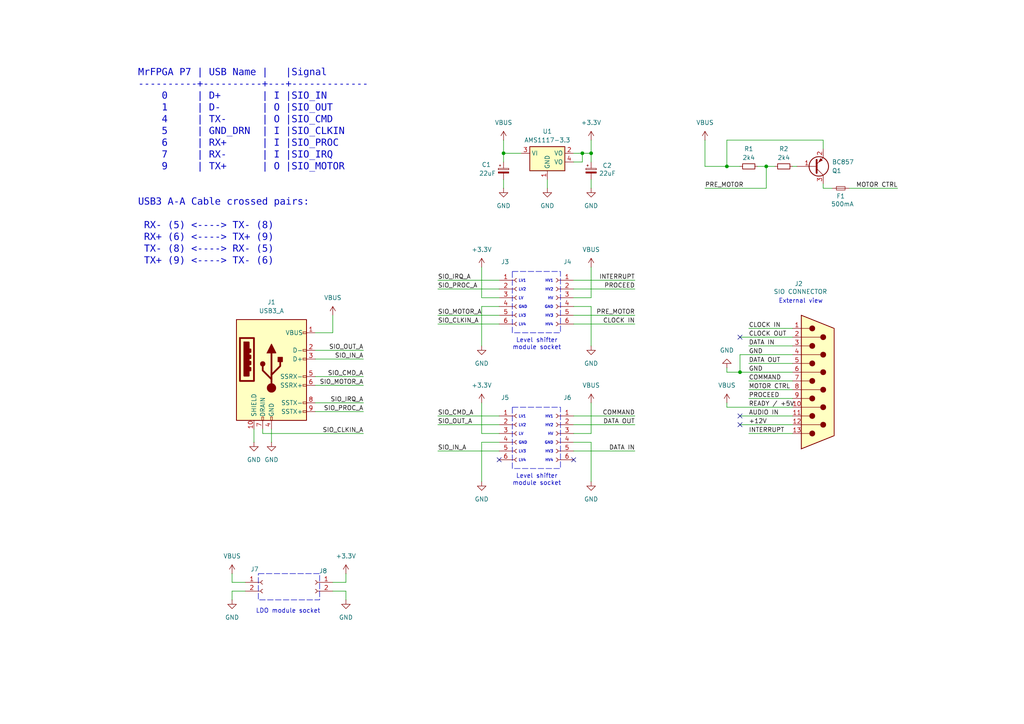
<source format=kicad_sch>
(kicad_sch (version 20250114) (generator "eeschema") (generator_version "9.0")
  (paper "A4")
  (title_block (title "MiSTer_A8SIO") (date "2025-01-25") (rev "1.2") (company "by Paweł Mandes /devzine.pl") (comment 1 "devices of the 8-bit Atari to the MiSTer FPGA.") (comment 2 "Adapter for the SIO port to connect peripheral"))
  (lib_symbols
    (symbol "Atari:SIO CONNECTOR"
      (property "Reference" "J" (at 1.27 5.715 0))
      (property "Value" "SIO CONNECTOR" (at 21.59 12.7 0))
      (symbol "SIO CONNECTOR_0_0"
        (polyline (pts (xy 6.35 0) (xy 6.35 3.175)))
        (polyline (pts (xy 8.89 6.35) (xy 8.89 0)))
        (polyline (pts (xy 11.43 3.175) (xy 11.43 0)))
        (polyline (pts (xy 13.97 6.35) (xy 13.97 0)))
        (polyline (pts (xy 16.51 3.175) (xy 16.51 0)))
        (polyline (pts (xy 19.05 6.35) (xy 19.05 0)))
        (polyline (pts (xy 21.59 3.175) (xy 21.59 0)))
        (polyline (pts (xy 24.13 6.35) (xy 24.13 0)))
        (polyline (pts (xy 26.67 3.175) (xy 26.67 0)))
        (polyline (pts (xy 29.21 6.35) (xy 29.21 0)))
        (polyline (pts (xy 31.75 3.175) (xy 31.75 0)))
        (polyline (pts (xy 34.29 6.35) (xy 34.29 0)))
        (polyline (pts (xy 36.83 3.175) (xy 36.83 0)))
      )
      (symbol "SIO CONNECTOR_0_1"
        (circle (center 6.35 3.175) (radius 0.762) (fill (type outline)))
        (circle (center 8.89 6.35) (radius 0.762) (fill (type outline)))
        (circle (center 11.43 3.175) (radius 0.762) (fill (type outline)))
        (circle (center 13.97 6.35) (radius 0.762) (fill (type outline)))
        (circle (center 16.51 3.175) (radius 0.762) (fill (type outline)))
        (circle (center 19.05 6.35) (radius 0.762) (fill (type outline)))
        (circle (center 21.59 3.175) (radius 0.762) (fill (type outline)))
        (circle (center 24.13 6.35) (radius 0.762) (fill (type outline)))
        (circle (center 26.67 3.175) (radius 0.762) (fill (type outline)))
        (circle (center 29.21 6.35) (radius 0.762) (fill (type outline)))
        (circle (center 31.75 3.175) (radius 0.762) (fill (type outline)))
        (circle (center 34.29 6.35) (radius 0.762) (fill (type outline)))
        (circle (center 36.83 3.175) (radius 0.762) (fill (type outline)))
        (polyline (pts (xy 41.275 0) (xy 37.465 9.525) (xy 6.35 9.525) (xy 2.54 0) (xy 41.275 0)) (stroke (width 0.254)) (fill (type background)))
      )
      (symbol "SIO CONNECTOR_1_1"
        (pin input line (at 6.35 -2.54 90) (length 2.54) (name "") (number "1"))
        (pin input line (at 8.89 -2.54 90) (length 2.54) (name "") (number "2"))
        (pin input line (at 11.43 -2.54 90) (length 2.54) (name "") (number "3"))
        (pin input line (at 13.97 -2.54 90) (length 2.54) (name "") (number "4"))
        (pin input line (at 16.51 -2.54 90) (length 2.54) (name "") (number "5"))
        (pin input line (at 19.05 -2.54 90) (length 2.54) (name "") (number "6"))
        (pin input line (at 21.59 -2.54 90) (length 2.54) (name "") (number "7"))
        (pin input line (at 24.13 -2.54 90) (length 2.54) (name "") (number "8"))
        (pin input line (at 26.67 -2.54 90) (length 2.54) (name "") (number "9"))
        (pin input line (at 29.21 -2.54 90) (length 2.54) (name "") (number "10"))
        (pin input line (at 31.75 -2.54 90) (length 2.54) (name "") (number "11"))
        (pin input line (at 34.29 -2.54 90) (length 2.54) (name "") (number "12"))
        (pin input line (at 36.83 -2.54 90) (length 2.54) (name "") (number "13"))
      )
    )
    (symbol "Connector:Conn_01x02_Socket" (pin_names (offset 1.016) (hide yes))
      (property "Reference" "J" (at 0 2.54 0))
      (property "Value" "Conn_01x02_Socket" (at 0 -5.08 0))
      (symbol "Conn_01x02_Socket_1_1"
        (polyline (pts (xy -1.27 0) (xy -0.508 0)) (stroke (width 0.1524)))
        (polyline (pts (xy -1.27 -2.54) (xy -0.508 -2.54)) (stroke (width 0.1524)))
        (arc (start 0 -0.508) (mid -0.5058 0) (end 0 0.508) (stroke (width 0.1524)))
        (arc (start 0 -3.048) (mid -0.5058 -2.54) (end 0 -2.032) (stroke (width 0.1524)))
        (pin passive line (at -5.08 0 0) (length 3.81) (name "Pin_1") (number "1"))
        (pin passive line (at -5.08 -2.54 0) (length 3.81) (name "Pin_2") (number "2"))
      )
    )
    (symbol "Connector:Conn_01x06_Socket" (pin_names (offset 1.016) (hide yes))
      (property "Reference" "J" (at 0 7.62 0))
      (property "Value" "Conn_01x06_Socket" (at 0 -10.16 0))
      (symbol "Conn_01x06_Socket_1_1"
        (polyline (pts (xy -1.27 5.08) (xy -0.508 5.08)) (stroke (width 0.1524)))
        (polyline (pts (xy -1.27 2.54) (xy -0.508 2.54)) (stroke (width 0.1524)))
        (polyline (pts (xy -1.27 0) (xy -0.508 0)) (stroke (width 0.1524)))
        (polyline (pts (xy -1.27 -2.54) (xy -0.508 -2.54)) (stroke (width 0.1524)))
        (polyline (pts (xy -1.27 -5.08) (xy -0.508 -5.08)) (stroke (width 0.1524)))
        (polyline (pts (xy -1.27 -7.62) (xy -0.508 -7.62)) (stroke (width 0.1524)))
        (arc (start 0 4.572) (mid -0.5058 5.08) (end 0 5.588) (stroke (width 0.1524)))
        (arc (start 0 2.032) (mid -0.5058 2.54) (end 0 3.048) (stroke (width 0.1524)))
        (arc (start 0 -0.508) (mid -0.5058 0) (end 0 0.508) (stroke (width 0.1524)))
        (arc (start 0 -3.048) (mid -0.5058 -2.54) (end 0 -2.032) (stroke (width 0.1524)))
        (arc (start 0 -5.588) (mid -0.5058 -5.08) (end 0 -4.572) (stroke (width 0.1524)))
        (arc (start 0 -8.128) (mid -0.5058 -7.62) (end 0 -7.112) (stroke (width 0.1524)))
        (pin passive line (at -5.08 5.08 0) (length 3.81) (name "Pin_1") (number "1"))
        (pin passive line (at -5.08 2.54 0) (length 3.81) (name "Pin_2") (number "2"))
        (pin passive line (at -5.08 0 0) (length 3.81) (name "Pin_3") (number "3"))
        (pin passive line (at -5.08 -2.54 0) (length 3.81) (name "Pin_4") (number "4"))
        (pin passive line (at -5.08 -5.08 0) (length 3.81) (name "Pin_5") (number "5"))
        (pin passive line (at -5.08 -7.62 0) (length 3.81) (name "Pin_6") (number "6"))
      )
    )
    (symbol "Connector:USB3_A" (pin_names (offset 1.016))
      (property "Reference" "J" (at -10.16 15.24 0))
      (property "Value" "USB3_A" (at 10.16 15.24 0))
      (symbol "USB3_A_0_0"
        (rectangle (start -9.144 8.636) (end -5.08 -3.81) (stroke (width 0.508)))
        (rectangle (start -7.874 7.366) (end -6.604 -2.286) (stroke (width 0.508)) (fill (type outline)))
        (rectangle (start -6.35 5.334) (end -6.096 4.572) (stroke (width 0.508)))
        (rectangle (start -6.35 3.556) (end -6.096 2.794) (stroke (width 0.508)))
        (rectangle (start -6.35 1.778) (end -6.096 1.016) (stroke (width 0.508)))
        (rectangle (start -6.35 0) (end -6.096 -0.762) (stroke (width 0.508)))
        (rectangle (start -2.794 -15.24) (end -2.286 -14.224))
        (rectangle (start -0.254 -15.24) (end 0.254 -14.224))
        (rectangle (start 10.16 10.414) (end 9.144 9.906))
        (rectangle (start 10.16 5.334) (end 9.144 4.826))
        (rectangle (start 10.16 2.794) (end 9.144 2.286))
        (rectangle (start 10.16 -2.286) (end 9.144 -2.794))
        (rectangle (start 10.16 -4.826) (end 9.144 -5.334))
        (rectangle (start 10.16 -9.906) (end 9.144 -10.414))
        (rectangle (start 10.16 -12.446) (end 9.144 -12.954))
      )
      (symbol "USB3_A_0_1"
        (rectangle (start -10.16 13.97) (end 10.16 -15.24) (stroke (width 0.254)) (fill (type background)))
      )
      (symbol "USB3_A_1_1"
        (circle (center -2.54 1.143) (radius 0.635) (stroke (width 0.254)) (fill (type outline)))
        (polyline (pts (xy -1.27 4.318) (xy 0 6.858) (xy 1.27 4.318) (xy -1.27 4.318)) (stroke (width 0.254)) (fill (type outline)))
        (polyline (pts (xy 0 -2.032) (xy 2.54 0.508) (xy 2.54 1.778)) (stroke (width 0.508)))
        (polyline (pts (xy 0 -3.302) (xy -2.54 -0.762) (xy -2.54 0.508)) (stroke (width 0.508)))
        (polyline (pts (xy 0 -5.842) (xy 0 4.318)) (stroke (width 0.508)))
        (circle (center 0 -5.842) (radius 1.27) (fill (type outline)))
        (rectangle (start 1.905 1.778) (end 3.175 3.048) (stroke (width 0.254)) (fill (type outline)))
        (pin passive line (at -5.08 -17.78 90) (length 2.54) (name "SHIELD") (number "10"))
        (pin passive line (at -2.54 -17.78 90) (length 2.54) (name "DRAIN") (number "7"))
        (pin power_in line (at 0 -17.78 90) (length 2.54) (name "GND") (number "4"))
        (pin power_in line (at 12.7 10.16 180) (length 2.54) (name "VBUS") (number "1"))
        (pin bidirectional line (at 12.7 5.08 180) (length 2.54) (name "D-") (number "2"))
        (pin bidirectional line (at 12.7 2.54 180) (length 2.54) (name "D+") (number "3"))
        (pin output line (at 12.7 -2.54 180) (length 2.54) (name "SSRX-") (number "5"))
        (pin output line (at 12.7 -5.08 180) (length 2.54) (name "SSRX+") (number "6"))
        (pin input line (at 12.7 -10.16 180) (length 2.54) (name "SSTX-") (number "8"))
        (pin input line (at 12.7 -12.7 180) (length 2.54) (name "SSTX+") (number "9"))
      )
    )
    (symbol "Device:C_Polarized_Small" (pin_numbers (hide yes)) (pin_names (offset 0.254) (hide yes))
      (property "Reference" "C" (at 0.254 1.778 0))
      (property "Value" "C_Polarized_Small" (at 0.254 -2.032 0))
      (symbol "C_Polarized_Small_0_1"
        (rectangle (start -1.524 0.6858) (end 1.524 0.3048))
        (rectangle (start -1.524 -0.3048) (end 1.524 -0.6858) (fill (type outline)))
        (polyline (pts (xy -1.27 1.524) (xy -0.762 1.524)))
        (polyline (pts (xy -1.016 1.27) (xy -1.016 1.778)))
      )
      (symbol "C_Polarized_Small_1_1"
        (pin passive line (at 0 2.54 270) (length 1.8542) (name "~") (number "1"))
        (pin passive line (at 0 -2.54 90) (length 1.8542) (name "~") (number "2"))
      )
    )
    (symbol "Device:Fuse_Small" (pin_numbers (hide yes)) (pin_names (offset 0.254) (hide yes))
      (property "Reference" "F" (at 0 -1.524 0))
      (property "Value" "Fuse_Small" (at 0 1.524 0))
      (symbol "Fuse_Small_0_1"
        (rectangle (start -1.27 0.508) (end 1.27 -0.508))
        (polyline (pts (xy -1.27 0) (xy 1.27 0)))
      )
      (symbol "Fuse_Small_1_1"
        (pin passive line (at -2.54 0 0) (length 1.27) (name "~") (number "1"))
        (pin passive line (at 2.54 0 180) (length 1.27) (name "~") (number "2"))
      )
    )
    (symbol "Device:R_Small" (pin_numbers (hide yes)) (pin_names (offset 0.254) (hide yes))
      (property "Reference" "R" (at 0.762 0.508 0))
      (property "Value" "R_Small" (at 0.762 -1.016 0))
      (symbol "R_Small_0_1"
        (rectangle (start -0.762 1.778) (end 0.762 -1.778) (stroke (width 0.2032)))
      )
      (symbol "R_Small_1_1"
        (pin passive line (at 0 2.54 270) (length 0.762) (name "~") (number "1"))
        (pin passive line (at 0 -2.54 90) (length 0.762) (name "~") (number "2"))
      )
    )
    (symbol "Regulator_Linear:LM1117DT-3.3"
      (property "Reference" "U2" (at 0 6.35 0))
      (property "Value" "AMS1117-3.3" (at 0 3.81 0))
      (symbol "LM1117DT-3.3_0_1"
        (rectangle (start -5.08 1.905) (end 5.08 -5.08) (stroke (width 0.254)) (fill (type background)))
      )
      (symbol "LM1117DT-3.3_1_1"
        (pin power_in line (at -7.62 0 0) (length 2.54) (name "VI") (number "3"))
        (pin power_in line (at 0 -7.62 90) (length 2.54) (name "GND") (number "1"))
        (pin power_out line (at 7.62 0 180) (length 2.54) (name "VO") (number "2"))
        (pin power_out line (at 7.62 -2.54 180) (length 2.54) (name "VO") (number "4"))
      )
    )
    (symbol "Transistor_BJT:BC857" (pin_names (offset 0) (hide yes))
      (property "Reference" "Q" (at 5.08 1.905 0))
      (property "Value" "BC857" (at 5.08 0 0))
      (symbol "BC857_0_1"
        (polyline (pts (xy 0.635 1.905) (xy 0.635 -1.905) (xy 0.635 -1.905)) (stroke (width 0.508)))
        (polyline (pts (xy 0.635 0.635) (xy 2.54 2.54)))
        (polyline (pts (xy 0.635 -0.635) (xy 2.54 -2.54) (xy 2.54 -2.54)))
        (circle (center 1.27 0) (radius 2.8194) (stroke (width 0.254)))
        (polyline (pts (xy 2.286 -1.778) (xy 1.778 -2.286) (xy 1.27 -1.27) (xy 2.286 -1.778) (xy 2.286 -1.778)) (fill (type outline)))
      )
      (symbol "BC857_1_1"
        (pin input line (at -5.08 0 0) (length 5.715) (name "B") (number "1"))
        (pin passive line (at 2.54 5.08 270) (length 2.54) (name "C") (number "3"))
        (pin passive line (at 2.54 -5.08 90) (length 2.54) (name "E") (number "2"))
      )
    )
    (symbol "power:+3.3V" (power) (pin_numbers (hide yes)) (pin_names (offset 0) (hide yes))
      (property "Value" "+3.3V" (at 0 3.556 0))
      (symbol "+3.3V_0_1"
        (polyline (pts (xy -0.762 1.27) (xy 0 2.54)))
        (polyline (pts (xy 0 2.54) (xy 0.762 1.27)))
        (polyline (pts (xy 0 0) (xy 0 2.54)))
      )
      (symbol "+3.3V_1_1"
        (pin power_in line (at 0 0 90) (length 0) (name "~") (number "1"))
      )
    )
    (symbol "power:GND" (power) (pin_numbers (hide yes)) (pin_names (offset 0) (hide yes))
      (property "Value" "GND" (at 0 -3.81 0))
      (symbol "GND_0_1"
        (polyline (pts (xy 0 0) (xy 0 -1.27) (xy 1.27 -1.27) (xy 0 -2.54) (xy -1.27 -1.27) (xy 0 -1.27)))
      )
      (symbol "GND_1_1"
        (pin power_in line (at 0 0 270) (length 0) (name "~") (number "1"))
      )
    )
    (symbol "power:VBUS" (power) (pin_numbers (hide yes)) (pin_names (offset 0) (hide yes))
      (property "Value" "VBUS" (at 0 3.556 0))
      (symbol "VBUS_0_1"
        (polyline (pts (xy -0.762 1.27) (xy 0 2.54)))
        (polyline (pts (xy 0 2.54) (xy 0.762 1.27)))
        (polyline (pts (xy 0 0) (xy 0 2.54)))
      )
      (symbol "VBUS_1_1"
        (pin power_in line (at 0 0 90) (length 0) (name "~") (number "1"))
      )
    )
  )
  (rectangle (start 74.93 166.37) (end 92.71 173.99) (stroke (width 0) (type dash)))
  (rectangle (start 148.59 118.11) (end 162.56 135.89) (stroke (width 0) (type dash)))
  (rectangle (start 148.59 78.74) (end 162.56 96.52) (stroke (width 0) (type dash)))
  (text "LDO module socket" (at 83.566 177.292 0) (effects (font (size 1.27 1.27))))
  (text "External view" (at 225.806 88.138 0) (effects (font (size 1.27 1.27)) (justify left bottom)))
  (text "Level shifter\nmodule socket" (at 155.702 99.822 0) (effects (font (size 1.27 1.27))))
  (text "HV1\n\nHV2\n\nHV\n\nGND\n\nHV3\n\nHV4" (at 160.528 87.884 0) (effects (font (size 0.7874 0.7874)) (justify right)))
  (text "HV1\n\nHV2\n\nHV\n\nGND\n\nHV3\n\nHV4" (at 160.528 127.254 0) (effects (font (size 0.7874 0.7874)) (justify right)))
  (text "LV1\n\nLV2\n\nLV\n\nGND\n\nLV3\n\nLV4" (at 150.368 87.884 0) (effects (font (size 0.7874 0.7874)) (justify left)))
  (text "LV1\n\nLV2\n\nLV\n\nGND\n\nLV3\n\nLV4" (at 150.368 127.254 0) (effects (font (size 0.7874 0.7874)) (justify left)))
  (text "Level shifter\nmodule socket" (at 155.702 139.192 0) (effects (font (size 1.27 1.27))))
  (text " MrFPGA P7 | USB Name |   |Signal\n ----------+----------+---+-------------\n     0     | D+       | I |SIO_IN\n     1     | D-       | O |SIO_OUT\n     4     | TX-      | O |SIO_CMD\n     5     | GND_DRN  | I |SIO_CLKIN\n     6     | RX+      | I |SIO_PROC\n     7     | RX-      | I |SIO_IRQ\n     9     | TX+      | O |SIO_MOTOR\n\n\n USB3 A-A Cable crossed pairs:\n \n  RX- (5) <----> TX- (8)\n  RX+ (6) <----> TX+ (9)\n  TX- (8) <----> RX- (5)\n  TX+ (9) <----> TX- (6)" (at 38.354 49.022 0) (effects (font (size 2.032 2.032)) (justify left)))
  (junction (at 214.63 107.95))
  (junction (at 168.91 44.45))
  (junction (at 171.45 44.45))
  (junction (at 146.05 44.45))
  (junction (at 210.82 48.26))
  (junction (at 222.25 48.26))
  (no_connect (at 214.63 120.65))
  (no_connect (at 144.78 133.35))
  (no_connect (at 214.63 97.79))
  (no_connect (at 214.63 123.19))
  (no_connect (at 166.37 133.35))
  (wire (pts (xy 222.25 48.26) (xy 224.79 48.26)))
  (wire (pts (xy 139.7 77.47) (xy 139.7 86.36)))
  (wire (pts (xy 229.87 97.79) (xy 214.63 97.79)))
  (wire (pts (xy 127 91.44) (xy 144.78 91.44)))
  (wire (pts (xy 144.78 88.9) (xy 139.7 88.9)))
  (wire (pts (xy 146.05 52.07) (xy 146.05 54.61)))
  (wire (pts (xy 91.44 101.6) (xy 105.41 101.6)))
  (wire (pts (xy 214.63 102.87) (xy 214.63 107.95)))
  (wire (pts (xy 229.87 100.33) (xy 217.17 100.33)))
  (wire (pts (xy 229.87 123.19) (xy 214.63 123.19)))
  (wire (pts (xy 96.52 168.91) (xy 100.33 168.91)))
  (wire (pts (xy 146.05 40.64) (xy 146.05 44.45)))
  (wire (pts (xy 76.2 125.73) (xy 105.41 125.73)))
  (wire (pts (xy 166.37 83.82) (xy 184.15 83.82)))
  (wire (pts (xy 158.75 52.07) (xy 158.75 54.61)))
  (wire (pts (xy 100.33 171.45) (xy 100.33 173.99)))
  (wire (pts (xy 238.76 43.18) (xy 238.76 40.64)))
  (wire (pts (xy 171.45 40.64) (xy 171.45 44.45)))
  (wire (pts (xy 67.31 168.91) (xy 71.12 168.91)))
  (wire (pts (xy 146.05 44.45) (xy 151.13 44.45)))
  (wire (pts (xy 127 123.19) (xy 144.78 123.19)))
  (wire (pts (xy 204.47 48.26) (xy 210.82 48.26)))
  (wire (pts (xy 214.63 102.87) (xy 229.87 102.87)))
  (wire (pts (xy 96.52 171.45) (xy 100.33 171.45)))
  (wire (pts (xy 67.31 171.45) (xy 71.12 171.45)))
  (wire (pts (xy 139.7 86.36) (xy 144.78 86.36)))
  (wire (pts (xy 91.44 109.22) (xy 105.41 109.22)))
  (wire (pts (xy 76.2 125.73) (xy 76.2 124.46)))
  (wire (pts (xy 166.37 93.98) (xy 184.15 93.98)))
  (wire (pts (xy 214.63 107.95) (xy 229.87 107.95)))
  (wire (pts (xy 166.37 120.65) (xy 184.15 120.65)))
  (wire (pts (xy 67.31 166.37) (xy 67.31 168.91)))
  (wire (pts (xy 127 81.28) (xy 144.78 81.28)))
  (wire (pts (xy 171.45 88.9) (xy 171.45 100.33)))
  (wire (pts (xy 166.37 46.99) (xy 168.91 46.99)))
  (wire (pts (xy 229.87 105.41) (xy 217.17 105.41)))
  (wire (pts (xy 210.82 118.11) (xy 229.87 118.11)))
  (wire (pts (xy 91.44 119.38) (xy 105.41 119.38)))
  (wire (pts (xy 127 83.82) (xy 144.78 83.82)))
  (wire (pts (xy 210.82 107.95) (xy 214.63 107.95)))
  (wire (pts (xy 96.52 91.44) (xy 96.52 96.52)))
  (wire (pts (xy 166.37 44.45) (xy 168.91 44.45)))
  (wire (pts (xy 139.7 88.9) (xy 139.7 100.33)))
  (wire (pts (xy 229.87 115.57) (xy 217.17 115.57)))
  (wire (pts (xy 168.91 44.45) (xy 171.45 44.45)))
  (wire (pts (xy 139.7 128.27) (xy 139.7 139.7)))
  (wire (pts (xy 229.87 95.25) (xy 217.17 95.25)))
  (wire (pts (xy 171.45 128.27) (xy 171.45 139.7)))
  (wire (pts (xy 210.82 106.68) (xy 210.82 107.95)))
  (wire (pts (xy 166.37 128.27) (xy 171.45 128.27)))
  (wire (pts (xy 210.82 48.26) (xy 214.63 48.26)))
  (wire (pts (xy 166.37 123.19) (xy 184.15 123.19)))
  (wire (pts (xy 229.87 113.03) (xy 217.17 113.03)))
  (wire (pts (xy 144.78 128.27) (xy 139.7 128.27)))
  (wire (pts (xy 229.87 48.26) (xy 231.14 48.26)))
  (wire (pts (xy 166.37 130.81) (xy 184.15 130.81)))
  (wire (pts (xy 171.45 52.07) (xy 171.45 54.61)))
  (wire (pts (xy 210.82 116.84) (xy 210.82 118.11)))
  (wire (pts (xy 127 130.81) (xy 144.78 130.81)))
  (wire (pts (xy 210.82 40.64) (xy 210.82 48.26)))
  (wire (pts (xy 139.7 125.73) (xy 144.78 125.73)))
  (wire (pts (xy 78.74 124.46) (xy 78.74 128.27)))
  (wire (pts (xy 166.37 88.9) (xy 171.45 88.9)))
  (wire (pts (xy 204.47 40.64) (xy 204.47 48.26)))
  (wire (pts (xy 91.44 111.76) (xy 105.41 111.76)))
  (wire (pts (xy 171.45 77.47) (xy 171.45 86.36)))
  (wire (pts (xy 204.47 54.61) (xy 222.25 54.61)))
  (wire (pts (xy 91.44 104.14) (xy 105.41 104.14)))
  (wire (pts (xy 238.76 53.34) (xy 238.76 54.61)))
  (wire (pts (xy 67.31 173.99) (xy 67.31 171.45)))
  (wire (pts (xy 73.66 124.46) (xy 73.66 128.27)))
  (wire (pts (xy 238.76 40.64) (xy 210.82 40.64)))
  (wire (pts (xy 100.33 166.37) (xy 100.33 168.91)))
  (wire (pts (xy 229.87 110.49) (xy 217.17 110.49)))
  (wire (pts (xy 166.37 91.44) (xy 184.15 91.44)))
  (wire (pts (xy 168.91 46.99) (xy 168.91 44.45)))
  (wire (pts (xy 91.44 96.52) (xy 96.52 96.52)))
  (wire (pts (xy 171.45 86.36) (xy 166.37 86.36)))
  (wire (pts (xy 238.76 54.61) (xy 241.3 54.61)))
  (wire (pts (xy 171.45 116.84) (xy 171.45 125.73)))
  (wire (pts (xy 146.05 44.45) (xy 146.05 46.99)))
  (wire (pts (xy 229.87 120.65) (xy 214.63 120.65)))
  (wire (pts (xy 229.87 125.73) (xy 217.17 125.73)))
  (wire (pts (xy 127 93.98) (xy 144.78 93.98)))
  (wire (pts (xy 222.25 48.26) (xy 222.25 54.61)))
  (wire (pts (xy 127 120.65) (xy 144.78 120.65)))
  (wire (pts (xy 219.71 48.26) (xy 222.25 48.26)))
  (wire (pts (xy 171.45 125.73) (xy 166.37 125.73)))
  (wire (pts (xy 91.44 116.84) (xy 105.41 116.84)))
  (wire (pts (xy 246.38 54.61) (xy 260.35 54.61)))
  (wire (pts (xy 166.37 81.28) (xy 184.15 81.28)))
  (wire (pts (xy 139.7 116.84) (xy 139.7 125.73)))
  (wire (pts (xy 171.45 44.45) (xy 171.45 46.99)))
  (label "SIO_CMD_A" (at 105.41 109.22 180))
  (label "SIO_OUT_A" (at 105.41 101.6 180))
  (label "COMMAND" (at 184.15 120.65 180))
  (label "CLOCK OUT" (at 217.17 97.79 0))
  (label "PRE_MOTOR" (at 204.47 54.61 0))
  (label "DATA IN" (at 184.15 130.81 180))
  (label "DATA IN" (at 217.17 100.33 0))
  (label "COMMAND" (at 217.17 110.49 0))
  (label "DATA OUT" (at 184.15 123.19 180))
  (label "INTERRUPT" (at 184.15 81.28 180))
  (label "SIO_OUT_A" (at 127 123.19 0))
  (label "SIO_IN_A" (at 127 130.81 0))
  (label "SIO_IRQ_A" (at 105.41 116.84 180))
  (label "PRE_MOTOR" (at 184.15 91.44 180))
  (label "MOTOR CTRL" (at 260.35 54.61 180))
  (label "CLOCK IN" (at 217.17 95.25 0))
  (label "MOTOR CTRL" (at 217.17 113.03 0))
  (label "GND" (at 217.17 102.87 0))
  (label "+12V" (at 217.17 123.19 0))
  (label "SIO_MOTOR_A" (at 127 91.44 0))
  (label "SIO_CMD_A" (at 127 120.65 0))
  (label "PROCEED" (at 217.17 115.57 0))
  (label "SIO_IRQ_A" (at 127 81.28 0))
  (label "INTERRUPT" (at 217.17 125.73 0))
  (label "AUDIO IN" (at 217.17 120.65 0))
  (label "SIO_PROC_A" (at 127 83.82 0))
  (label "GND" (at 217.17 107.95 0))
  (label "PROCEED" (at 184.15 83.82 180))
  (label "SIO_CLKIN_A" (at 127 93.98 0))
  (label "SIO_PROC_A" (at 105.41 119.38 180))
  (label "DATA OUT" (at 217.17 105.41 0))
  (label "CLOCK IN" (at 184.15 93.98 180))
  (label "SIO_IN_A" (at 105.41 104.14 180))
  (label "READY {slash} +5V" (at 217.17 118.11 0))
  (label "SIO_CLKIN_A" (at 105.41 125.73 180))
  (label "SIO_MOTOR_A" (at 105.41 111.76 180))
  (symbol (lib_id "power:GND") (at 73.66 128.27 0) (unit 1)
    (property "Reference" "#PWR08" (effects (hide yes)))
    (property "Value" "GND" (at 73.66 133.35 0))
    (property "Description" "Power symbol creates a global label with name \"GND\" , ground" (effects (hide yes)))
  )
  (symbol (lib_id "power:GND") (at 139.7 100.33 0) (unit 1)
    (property "Reference" "#PWR09" (effects (hide yes)))
    (property "Value" "GND" (at 139.7 105.41 0))
    (property "Description" "Power symbol creates a global label with name \"GND\" , ground" (effects (hide yes)))
  )
  (symbol (lib_id "power:VBUS") (at 96.52 91.44 0) (unit 1)
    (property "Reference" "#PWR02" (effects (hide yes)))
    (property "Value" "VBUS" (at 96.52 86.36 0))
    (property "Description" "Power symbol creates a global label with name \"VBUS\"" (effects (hide yes)))
  )
  (symbol (lib_id "power:+3.3V") (at 100.33 166.37 0) (unit 1)
    (property "Reference" "#PWR022" (effects (hide yes)))
    (property "Value" "+3.3V" (at 100.33 161.29 0))
    (property "Description" "Power symbol creates a global label with name \"+3.3V\"" (effects (hide yes)))
  )
  (symbol (lib_id "power:VBUS") (at 204.47 40.64 0) (unit 1)
    (property "Reference" "#PWR019" (effects (hide yes)))
    (property "Value" "VBUS" (at 204.47 35.56 0))
    (property "Description" "Power symbol creates a global label with name \"VBUS\"" (effects (hide yes)))
  )
  (symbol (lib_id "Device:Fuse_Small") (at 243.84 54.61 0) (unit 1)
    (property "Reference" "F1" (at 243.84 56.896 0))
    (property "Value" "500mA" (at 244.348 59.182 0))
    (property "Footprint" "Fuse:Fuse_0805_2012Metric_Pad1.15x1.40mm_HandSolder" (effects (hide yes)))
    (property "Description" "Fuse, small symbol" (effects (hide yes)))
  )
  (symbol (lib_id "Regulator_Linear:LM1117DT-3.3") (at 158.75 44.45 0) (unit 1)
    (property "Reference" "U1" (at 158.75 38.1 0))
    (property "Value" "AMS1117-3.3" (at 158.75 40.64 0))
    (property "Footprint" "Package_TO_SOT_SMD:SOT-223" (effects (hide yes)))
    (property "Datasheet" "http://www.ti.com/lit/ds/symlink/lm1117.pdf" (effects (hide yes)))
    (property "Description" "800mA Low-Dropout Linear Regulator, 3.3V fixed output, TO-252" (effects (hide yes)))
  )
  (symbol (lib_id "Device:C_Polarized_Small") (at 146.05 49.53 0) (unit 1)
    (property "Reference" "C1" (at 139.7 47.752 0) (effects (justify left)))
    (property "Value" "22uF" (at 138.938 50.292 0) (effects (justify left)))
    (property "Description" "Polarized capacitor, small symbol" (effects (hide yes)))
  )
  (symbol (lib_id "power:GND") (at 78.74 128.27 0) (unit 1)
    (property "Reference" "#PWR07" (effects (hide yes)))
    (property "Value" "GND" (at 78.74 133.35 0))
    (property "Description" "Power symbol creates a global label with name \"GND\" , ground" (effects (hide yes)))
  )
  (symbol (lib_id "Atari:SIO CONNECTOR") (at 232.41 88.9 270) (unit 1)
    (property "Reference" "J2" (at 231.648 82.296 90))
    (property "Value" "SIO CONNECTOR" (at 232.156 84.582 90))
    (property "Footprint" "Atari:SIO" (effects (hide yes)))
  )
  (symbol (lib_id "power:GND") (at 146.05 54.61 0) (unit 1)
    (property "Reference" "#PWR06" (effects (hide yes)))
    (property "Value" "GND" (at 146.05 59.69 0))
    (property "Description" "Power symbol creates a global label with name \"GND\" , ground" (effects (hide yes)))
  )
  (symbol (lib_id "power:VBUS") (at 171.45 77.47 0) (unit 1)
    (property "Reference" "#PWR015" (effects (hide yes)))
    (property "Value" "VBUS" (at 171.45 72.39 0))
    (property "Description" "Power symbol creates a global label with name \"VBUS\"" (effects (hide yes)))
  )
  (symbol (lib_id "Connector:Conn_01x02_Socket") (at 76.2 168.91 0) (unit 1)
    (property "Reference" "J7" (at 72.644 165.1 0) (effects (justify left)))
    (property "Value" "Conn_01x02_Socket" (effects (hide yes)))
    (property "Footprint" "Connector_PinHeader_2.54mm:PinHeader_1x02_P2.54mm_Vertical" (effects (hide yes)))
    (property "Description" "Generic connector, single row, 01x02, script generated" (effects (hide yes)))
  )
  (symbol (lib_id "power:GND") (at 100.33 173.99 0) (unit 1)
    (property "Reference" "#PWR020" (effects (hide yes)))
    (property "Value" "GND" (at 100.33 179.07 0))
    (property "Description" "Power symbol creates a global label with name \"GND\" , ground" (effects (hide yes)))
  )
  (symbol (lib_id "power:VBUS") (at 67.31 166.37 0) (unit 1)
    (property "Reference" "#PWR023" (effects (hide yes)))
    (property "Value" "VBUS" (at 67.31 161.29 0))
    (property "Description" "Power symbol creates a global label with name \"VBUS\"" (effects (hide yes)))
  )
  (symbol (lib_id "power:VBUS") (at 171.45 116.84 0) (unit 1)
    (property "Reference" "#PWR017" (effects (hide yes)))
    (property "Value" "VBUS" (at 171.45 111.76 0))
    (property "Description" "Power symbol creates a global label with name \"VBUS\"" (effects (hide yes)))
  )
  (symbol (lib_id "power:GND") (at 139.7 139.7 0) (unit 1)
    (property "Reference" "#PWR011" (effects (hide yes)))
    (property "Value" "GND" (at 139.7 144.78 0))
    (property "Description" "Power symbol creates a global label with name \"GND\" , ground" (effects (hide yes)))
  )
  (symbol (lib_id "power:+3.3V") (at 171.45 40.64 0) (unit 1)
    (property "Reference" "#PWR04" (effects (hide yes)))
    (property "Value" "+3.3V" (at 171.45 35.56 0))
    (property "Description" "Power symbol creates a global label with name \"+3.3V\"" (effects (hide yes)))
  )
  (symbol (lib_id "Connector:USB3_A") (at 78.74 106.68 0) (unit 1)
    (property "Reference" "J1" (at 78.74 87.63 0))
    (property "Value" "USB3_A" (at 78.74 90.17 0))
    (property "Footprint" "Atari:USB3_A" (effects (hide yes)))
    (property "Description" "USB 3.0 A connector" (effects (hide yes)))
  )
  (symbol (lib_id "power:+3.3V") (at 139.7 77.47 0) (unit 1)
    (property "Reference" "#PWR016" (effects (hide yes)))
    (property "Value" "+3.3V" (at 139.7 72.39 0))
    (property "Description" "Power symbol creates a global label with name \"+3.3V\"" (effects (hide yes)))
  )
  (symbol (lib_id "Connector:Conn_01x06_Socket") (at 149.86 86.36 0) (unit 1)
    (property "Reference" "J3" (at 145.288 75.946 0) (effects (justify left)))
    (property "Value" "Conn_01x06_Socket" (effects (hide yes)))
    (property "Footprint" "Connector_PinHeader_2.54mm:PinHeader_1x06_P2.54mm_Vertical" (effects (hide yes)))
    (property "Description" "Generic connector, single row, 01x06, script generated" (effects (hide yes)))
  )
  (symbol (lib_id "Connector:Conn_01x06_Socket") (at 161.29 125.73 0) (mirror y) (unit 1)
    (property "Reference" "J6" (at 164.592 115.316 0))
    (property "Value" "Conn_01x06_Socket" (effects (hide yes)))
    (property "Footprint" "Connector_PinHeader_2.54mm:PinHeader_1x06_P2.54mm_Vertical" (effects (hide yes)))
    (property "Description" "Generic connector, single row, 01x06, script generated" (effects (hide yes)))
  )
  (symbol (lib_id "power:GND") (at 171.45 100.33 0) (unit 1)
    (property "Reference" "#PWR014" (effects (hide yes)))
    (property "Value" "GND" (at 171.45 105.41 0))
    (property "Description" "Power symbol creates a global label with name \"GND\" , ground" (effects (hide yes)))
  )
  (symbol (lib_id "Connector:Conn_01x06_Socket") (at 149.86 125.73 0) (unit 1)
    (property "Reference" "J5" (at 145.288 115.316 0) (effects (justify left)))
    (property "Value" "Conn_01x06_Socket" (effects (hide yes)))
    (property "Footprint" "Connector_PinHeader_2.54mm:PinHeader_1x06_P2.54mm_Vertical" (effects (hide yes)))
    (property "Description" "Generic connector, single row, 01x06, script generated" (effects (hide yes)))
  )
  (symbol (lib_id "Transistor_BJT:BC857") (at 236.22 48.26 0) (mirror x) (unit 1)
    (property "Reference" "Q1" (at 241.3 49.5301 0) (effects (justify left)))
    (property "Value" "BC857" (at 241.3 46.9901 0) (effects (justify left)))
    (property "Footprint" "Package_TO_SOT_SMD:SOT-23" (effects (hide yes)))
    (property "Datasheet" "https://www.onsemi.com/pub/Collateral/BC860-D.pdf" (effects (hide yes)))
    (property "Description" "0.1A Ic, 45V Vce, PNP Transistor, SOT-23" (effects (hide yes)))
  )
  (symbol (lib_id "Device:C_Polarized_Small") (at 171.45 49.53 0) (unit 1)
    (property "Reference" "C2" (at 174.752 48.006 0) (effects (justify left)))
    (property "Value" "22uF" (at 173.736 50.292 0) (effects (justify left)))
    (property "Description" "Polarized capacitor, small symbol" (effects (hide yes)))
  )
  (symbol (lib_id "Device:R_Small") (at 217.17 48.26 270) (unit 1)
    (property "Reference" "R1" (at 217.17 43.18 90))
    (property "Value" "2k4" (at 217.17 45.72 90))
    (property "Footprint" "Resistor_SMD:R_0805_2012Metric_Pad1.20x1.40mm_HandSolder" (effects (hide yes)))
    (property "Description" "Resistor, small symbol" (effects (hide yes)))
  )
  (symbol (lib_id "power:VBUS") (at 146.05 40.64 0) (unit 1)
    (property "Reference" "#PWR03" (effects (hide yes)))
    (property "Value" "VBUS" (at 146.05 35.56 0))
    (property "Description" "Power symbol creates a global label with name \"VBUS\"" (effects (hide yes)))
  )
  (symbol (lib_id "power:+3.3V") (at 139.7 116.84 0) (unit 1)
    (property "Reference" "#PWR010" (effects (hide yes)))
    (property "Value" "+3.3V" (at 139.7 111.76 0))
    (property "Description" "Power symbol creates a global label with name \"+3.3V\"" (effects (hide yes)))
  )
  (symbol (lib_id "power:GND") (at 210.82 106.68 180) (unit 1)
    (property "Reference" "#PWR013" (effects (hide yes)))
    (property "Value" "GND" (at 210.82 101.6 0))
    (property "Description" "Power symbol creates a global label with name \"GND\" , ground" (effects (hide yes)))
  )
  (symbol (lib_id "power:GND") (at 171.45 54.61 0) (unit 1)
    (property "Reference" "#PWR05" (effects (hide yes)))
    (property "Value" "GND" (at 171.45 59.69 0))
    (property "Description" "Power symbol creates a global label with name \"GND\" , ground" (effects (hide yes)))
  )
  (symbol (lib_id "Device:R_Small") (at 227.33 48.26 270) (unit 1)
    (property "Reference" "R2" (at 227.33 43.18 90))
    (property "Value" "2k4" (at 227.33 45.72 90))
    (property "Footprint" "Resistor_SMD:R_0805_2012Metric_Pad1.20x1.40mm_HandSolder" (effects (hide yes)))
    (property "Description" "Resistor, small symbol" (effects (hide yes)))
  )
  (symbol (lib_id "power:VBUS") (at 210.82 116.84 0) (unit 1)
    (property "Reference" "#PWR012" (effects (hide yes)))
    (property "Value" "VBUS" (at 210.82 111.76 0))
    (property "Description" "Power symbol creates a global label with name \"VBUS\"" (effects (hide yes)))
  )
  (symbol (lib_id "power:GND") (at 67.31 173.99 0) (unit 1)
    (property "Reference" "#PWR021" (effects (hide yes)))
    (property "Value" "GND" (at 67.31 179.07 0))
    (property "Description" "Power symbol creates a global label with name \"GND\" , ground" (effects (hide yes)))
  )
  (symbol (lib_id "power:GND") (at 171.45 139.7 0) (unit 1)
    (property "Reference" "#PWR018" (effects (hide yes)))
    (property "Value" "GND" (at 171.45 144.78 0))
    (property "Description" "Power symbol creates a global label with name \"GND\" , ground" (effects (hide yes)))
  )
  (symbol (lib_id "power:GND") (at 158.75 54.61 0) (unit 1)
    (property "Reference" "#PWR01" (effects (hide yes)))
    (property "Value" "GND" (at 158.75 59.69 0))
    (property "Description" "Power symbol creates a global label with name \"GND\" , ground" (effects (hide yes)))
  )
  (symbol (lib_id "Connector:Conn_01x06_Socket") (at 161.29 86.36 0) (mirror y) (unit 1)
    (property "Reference" "J4" (at 164.592 75.946 0))
    (property "Value" "Conn_01x06_Socket" (effects (hide yes)))
    (property "Footprint" "Connector_PinHeader_2.54mm:PinHeader_1x06_P2.54mm_Vertical" (effects (hide yes)))
    (property "Description" "Generic connector, single row, 01x06, script generated" (effects (hide yes)))
  )
  (symbol (lib_id "Connector:Conn_01x02_Socket") (at 91.44 168.91 0) (mirror y) (unit 1)
    (property "Reference" "J8" (at 93.726 165.608 0))
    (property "Value" "Conn_01x02_Socket" (effects (hide yes)))
    (property "Footprint" "Connector_PinHeader_2.54mm:PinHeader_1x02_P2.54mm_Vertical" (effects (hide yes)))
    (property "Description" "Generic connector, single row, 01x02, script generated" (effects (hide yes)))
  )
)
</source>
